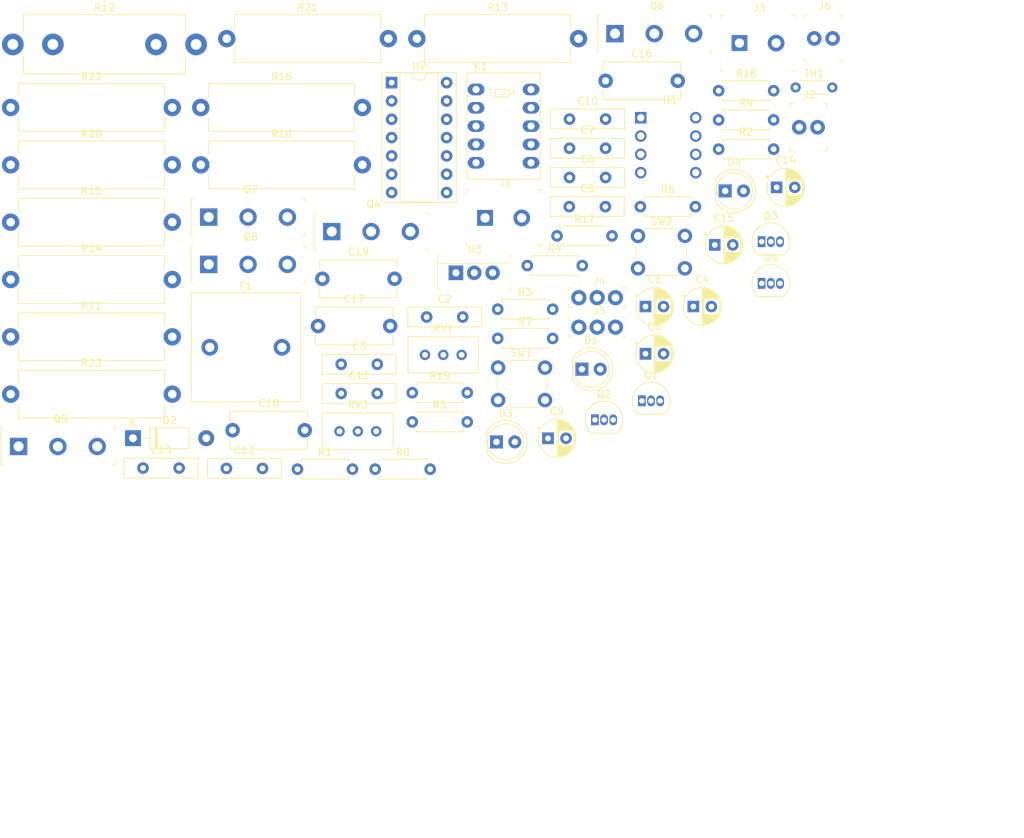
<source format=kicad_pcb>
(kicad_pcb (version 20171130) (host pcbnew "(5.1.6-0-10_14)")
  (layers (0 F.Cu signal) (31 B.Cu signal) (34 B.Paste user) (35 F.Paste user) (36 B.SilkS user) (37 F.SilkS user) (38 B.Mask user) (39 F.Mask user) (44 Edge.Cuts user))
  (net 0 "")
  (net 1 +12V)
  (net 2 GND)
  (net 3 VCC)
  (net 4 "Net-(C7-Pad1)")
  (net 5 "Net-(C7-Pad2)")
  (net 6 +5V)
  (net 7 overtemp)
  (net 8 "Net-(D1-Pad2)")
  (net 9 "Net-(D2-Pad1)")
  (net 10 "Net-(D2-Pad2)")
  (net 11 "Net-(D3-Pad2)")
  (net 12 "Net-(D4-Pad2)")
  (net 13 "Net-(D4-Pad1)")
  (net 14 "Net-(F1-Pad2)")
  (net 15 "Net-(J2-Pad1)")
  (net 16 "Net-(J3-Pad2)")
  (net 17 "Net-(J3-Pad1)")
  (net 18 "Net-(J4-Pad3)")
  (net 19 "Net-(J4-Pad2)")
  (net 20 "Net-(J4-Pad1)")
  (net 21 "Net-(J5-Pad3)")
  (net 22 "Net-(K1-Pad2)")
  (net 23 "Net-(K1-Pad4)")
  (net 24 "Net-(K1-Pad8)")
  (net 25 "Net-(Q1-Pad1)")
  (net 26 "Net-(Q4-Pad1)")
  (net 27 "Net-(Q5-Pad1)")
  (net 28 "Net-(Q6-Pad1)")
  (net 29 "Net-(Q7-Pad1)")
  (net 30 "Net-(Q8-Pad1)")
  (net 31 "Net-(R1-Pad2)")
  (net 32 "Net-(R3-Pad1)")
  (net 33 "Net-(R3-Pad2)")
  (net 34 "Net-(R17-Pad1)")
  (net 35 "Net-(R19-Pad2)")
  (net 36 "Net-(RV1-Pad3)")
  (net 37 "Net-(U1-Pad2)")
  (net 38 "Net-(U1-Pad6)")
  (net 39 "Net-(U2-Pad13)")
  (module kicad_logos:cerasus_loogo_klein (layer F.Cu) (at 262.89 139.7)
    (fp_text reference G*** hide)
    (fp_text value LOGO hide)
  )
  (module kicad_logos:cherry_logo_2 (layer F.Cu) (at 261.62 140.97)
    (fp_text reference G*** hide)
    (fp_text value LOGO hide)
  )
  (module Capacitor_THT:CP_Radial_D5.0mm_P2.50mm (layer F.Cu) (at 227.884776 86.345001)
    (fp_text reference C1 (at 1.25 -3.75) (layer F.SilkS))
    (fp_text value 1u)
    (pad 1 thru_hole rect (at 0 0) (size 1.6 1.6) (drill 0.8) (layers *.Cu *.Mask) (net 1 +12V))
    (pad 2 thru_hole circle (at 2.5 0) (size 1.6 1.6) (drill 0.8) (layers *.Cu *.Mask) (net 2 GND))
  )
  (module Capacitor_THT:C_Disc_D10.0mm_W2.5mm_P5.00mm (layer F.Cu) (at 197.555001 87.795001)
    (fp_text reference C2 (at 2.5 -2.5) (layer F.SilkS))
    (fp_text value 10n)
    (pad 1 thru_hole circle (at 0 0) (size 1.6 1.6) (drill 0.8) (layers *.Cu *.Mask) (net 1 +12V))
    (pad 2 thru_hole circle (at 5 0) (size 1.6 1.6) (drill 0.8) (layers *.Cu *.Mask) (net 2 GND))
  )
  (module Capacitor_THT:C_Disc_D10.0mm_W2.5mm_P5.00mm (layer F.Cu) (at 185.715001 94.345001)
    (fp_text reference C3 (at 2.5 -2.5) (layer F.SilkS))
    (fp_text value 100p)
    (pad 1 thru_hole circle (at 0 0) (size 1.6 1.6) (drill 0.8) (layers *.Cu *.Mask) (net 1 +12V))
    (pad 2 thru_hole circle (at 5 0) (size 1.6 1.6) (drill 0.8) (layers *.Cu *.Mask) (net 2 GND))
  )
  (module Capacitor_THT:CP_Radial_D5.0mm_P2.50mm (layer F.Cu) (at 234.514776 86.345001)
    (fp_text reference C4 (at 1.25 -3.75) (layer F.SilkS))
    (fp_text value 1u)
    (pad 1 thru_hole rect (at 0 0) (size 1.6 1.6) (drill 0.8) (layers *.Cu *.Mask) (net 3 VCC))
    (pad 2 thru_hole circle (at 2.5 0) (size 1.6 1.6) (drill 0.8) (layers *.Cu *.Mask) (net 2 GND))
  )
  (module Capacitor_THT:C_Disc_D10.0mm_W2.5mm_P5.00mm (layer F.Cu) (at 217.325001 72.495001)
    (fp_text reference C5 (at 2.5 -2.5) (layer F.SilkS))
    (fp_text value 10n)
    (pad 2 thru_hole circle (at 5 0) (size 1.6 1.6) (drill 0.8) (layers *.Cu *.Mask) (net 2 GND))
    (pad 1 thru_hole circle (at 0 0) (size 1.6 1.6) (drill 0.8) (layers *.Cu *.Mask) (net 3 VCC))
  )
  (module Capacitor_THT:C_Disc_D10.0mm_W2.5mm_P5.00mm (layer F.Cu) (at 217.355001 68.445001)
    (fp_text reference C6 (at 2.5 -2.5) (layer F.SilkS))
    (fp_text value 100p)
    (pad 2 thru_hole circle (at 5 0) (size 1.6 1.6) (drill 0.8) (layers *.Cu *.Mask) (net 2 GND))
    (pad 1 thru_hole circle (at 0 0) (size 1.6 1.6) (drill 0.8) (layers *.Cu *.Mask) (net 3 VCC))
  )
  (module Capacitor_THT:C_Disc_D10.0mm_W2.5mm_P5.00mm (layer F.Cu) (at 217.355001 64.395001)
    (fp_text reference C7 (at 2.5 -2.5) (layer F.SilkS))
    (fp_text value 22p)
    (pad 1 thru_hole circle (at 0 0) (size 1.6 1.6) (drill 0.8) (layers *.Cu *.Mask) (net 4 "Net-(C7-Pad1)"))
    (pad 2 thru_hole circle (at 5 0) (size 1.6 1.6) (drill 0.8) (layers *.Cu *.Mask) (net 5 "Net-(C7-Pad2)"))
  )
  (module Capacitor_THT:CP_Radial_D5.0mm_P2.50mm (layer F.Cu) (at 227.884776 92.895001)
    (fp_text reference C8 (at 1.25 -3.75) (layer F.SilkS))
    (fp_text value 1u)
    (pad 2 thru_hole circle (at 2.5 0) (size 1.6 1.6) (drill 0.8) (layers *.Cu *.Mask) (net 2 GND))
    (pad 1 thru_hole rect (at 0 0) (size 1.6 1.6) (drill 0.8) (layers *.Cu *.Mask) (net 3 VCC))
  )
  (module Capacitor_THT:CP_Radial_D5.0mm_P2.50mm (layer F.Cu) (at 214.374776 104.615001)
    (fp_text reference C9 (at 1.25 -3.75) (layer F.SilkS))
    (fp_text value 1u)
    (pad 2 thru_hole circle (at 2.5 0) (size 1.6 1.6) (drill 0.8) (layers *.Cu *.Mask) (net 2 GND))
    (pad 1 thru_hole rect (at 0 0) (size 1.6 1.6) (drill 0.8) (layers *.Cu *.Mask) (net 3 VCC))
  )
  (module Capacitor_THT:C_Disc_D10.0mm_W2.5mm_P5.00mm (layer F.Cu) (at 217.355001 60.345001)
    (fp_text reference C10 (at 2.5 -2.5) (layer F.SilkS))
    (fp_text value 10n)
    (pad 2 thru_hole circle (at 5 0) (size 1.6 1.6) (drill 0.8) (layers *.Cu *.Mask) (net 2 GND))
    (pad 1 thru_hole circle (at 0 0) (size 1.6 1.6) (drill 0.8) (layers *.Cu *.Mask) (net 3 VCC))
  )
  (module Capacitor_THT:C_Disc_D10.0mm_W2.5mm_P5.00mm (layer F.Cu) (at 185.715001 98.395001)
    (fp_text reference C11 (at 2.5 -2.5) (layer F.SilkS))
    (fp_text value 10n)
    (pad 1 thru_hole circle (at 0 0) (size 1.6 1.6) (drill 0.8) (layers *.Cu *.Mask) (net 3 VCC))
    (pad 2 thru_hole circle (at 5 0) (size 1.6 1.6) (drill 0.8) (layers *.Cu *.Mask) (net 2 GND))
  )
  (module Capacitor_THT:C_Disc_D10.0mm_W2.5mm_P5.00mm (layer F.Cu) (at 169.805001 108.795001)
    (fp_text reference C12 (at 2.5 -2.5) (layer F.SilkS))
    (fp_text value 100p)
    (pad 1 thru_hole circle (at 0 0) (size 1.6 1.6) (drill 0.8) (layers *.Cu *.Mask) (net 3 VCC))
    (pad 2 thru_hole circle (at 5 0) (size 1.6 1.6) (drill 0.8) (layers *.Cu *.Mask) (net 2 GND))
  )
  (module Capacitor_THT:C_Disc_D10.0mm_W2.5mm_P5.00mm (layer F.Cu) (at 158.255001 108.745001)
    (fp_text reference C13 (at 2.5 -2.5) (layer F.SilkS))
    (fp_text value 100p)
    (pad 2 thru_hole circle (at 5 0) (size 1.6 1.6) (drill 0.8) (layers *.Cu *.Mask) (net 2 GND))
    (pad 1 thru_hole circle (at 0 0) (size 1.6 1.6) (drill 0.8) (layers *.Cu *.Mask) (net 3 VCC))
  )
  (module Capacitor_THT:CP_Radial_D5.0mm_P2.50mm (layer F.Cu) (at 246.064776 69.815001)
    (fp_text reference C14 (at 1.25 -3.75) (layer F.SilkS))
    (fp_text value 1u)
    (pad 1 thru_hole rect (at 0 0) (size 1.6 1.6) (drill 0.8) (layers *.Cu *.Mask) (net 1 +12V))
    (pad 2 thru_hole circle (at 2.5 0) (size 1.6 1.6) (drill 0.8) (layers *.Cu *.Mask) (net 2 GND))
  )
  (module Capacitor_THT:CP_Radial_D5.0mm_P2.50mm (layer F.Cu) (at 237.484776 77.795001)
    (fp_text reference C15 (at 1.25 -3.75) (layer F.SilkS))
    (fp_text value 1u)
    (pad 2 thru_hole circle (at 2.5 0) (size 1.6 1.6) (drill 0.8) (layers *.Cu *.Mask) (net 2 GND))
    (pad 1 thru_hole rect (at 0 0) (size 1.6 1.6) (drill 0.8) (layers *.Cu *.Mask) (net 6 +5V))
  )
  (module Capacitor_THT:C_Disc_D10.5mm_W5.0mm_P10.00mm (layer F.Cu) (at 222.355001 55.045001)
    (fp_text reference C16 (at 5 -3.75) (layer F.SilkS))
    (fp_text value 10n)
    (pad 1 thru_hole circle (at 0 0) (size 2 2) (drill 1) (layers *.Cu *.Mask) (net 1 +12V))
    (pad 2 thru_hole circle (at 10 0) (size 2 2) (drill 1) (layers *.Cu *.Mask) (net 2 GND))
  )
  (module Capacitor_THT:C_Disc_D10.5mm_W5.0mm_P10.00mm (layer F.Cu) (at 182.505001 89.045001)
    (fp_text reference C17 (at 5 -3.75) (layer F.SilkS))
    (fp_text value 10n)
    (pad 1 thru_hole circle (at 0 0) (size 2 2) (drill 1) (layers *.Cu *.Mask) (net 6 +5V))
    (pad 2 thru_hole circle (at 10 0) (size 2 2) (drill 1) (layers *.Cu *.Mask) (net 2 GND))
  )
  (module Capacitor_THT:C_Disc_D10.5mm_W5.0mm_P10.00mm (layer F.Cu) (at 170.665001 103.495001)
    (fp_text reference C18 (at 5 -3.75) (layer F.SilkS))
    (fp_text value 100p)
    (pad 2 thru_hole circle (at 10 0) (size 2 2) (drill 1) (layers *.Cu *.Mask) (net 2 GND))
    (pad 1 thru_hole circle (at 0 0) (size 2 2) (drill 1) (layers *.Cu *.Mask) (net 1 +12V))
  )
  (module Capacitor_THT:C_Disc_D10.5mm_W5.0mm_P10.00mm (layer F.Cu) (at 183.105001 82.495001)
    (fp_text reference C19 (at 5 -3.75) (layer F.SilkS))
    (fp_text value 100p)
    (pad 2 thru_hole circle (at 10 0) (size 2 2) (drill 1) (layers *.Cu *.Mask) (net 2 GND))
    (pad 1 thru_hole circle (at 0 0) (size 2 2) (drill 1) (layers *.Cu *.Mask) (net 6 +5V))
  )
  (module LED_THT:LED_D5.0mm (layer F.Cu) (at 219.075001 95.025001)
    (fp_text reference D1 (at 1.27 -3.96) (layer F.SilkS))
    (fp_text value LED)
    (pad 1 thru_hole rect (at 0 0) (size 1.8 1.8) (drill 0.9) (layers *.Cu *.Mask) (net 7 overtemp))
    (pad 2 thru_hole circle (at 2.54 0) (size 1.8 1.8) (drill 0.9) (layers *.Cu *.Mask) (net 8 "Net-(D1-Pad2)"))
  )
  (module Diode_THT:D_DO-41_SOD81_P10.16mm_Horizontal (layer F.Cu) (at 156.855001 104.595001)
    (fp_text reference D2 (at 5.08 -2.47) (layer F.SilkS))
    (fp_text value 1N4001)
    (fp_text user K (at 0 -2.1) (layer F.SilkS))
    (pad 1 thru_hole rect (at 0 0) (size 2.2 2.2) (drill 1.1) (layers *.Cu *.Mask) (net 9 "Net-(D2-Pad1)"))
    (pad 2 thru_hole oval (at 10.16 0) (size 2.2 2.2) (drill 1.1) (layers *.Cu *.Mask) (net 10 "Net-(D2-Pad2)"))
  )
  (module LED_THT:LED_D5.0mm (layer F.Cu) (at 207.235001 105.115001)
    (fp_text reference D3 (at 1.27 -3.96) (layer F.SilkS))
    (fp_text value LED)
    (pad 1 thru_hole rect (at 0 0) (size 1.8 1.8) (drill 0.9) (layers *.Cu *.Mask) (net 2 GND))
    (pad 2 thru_hole circle (at 2.54 0) (size 1.8 1.8) (drill 0.9) (layers *.Cu *.Mask) (net 11 "Net-(D3-Pad2)"))
  )
  (module LED_THT:LED_D5.0mm (layer F.Cu) (at 238.925001 70.315001)
    (fp_text reference D4 (at 1.27 -3.96) (layer F.SilkS))
    (fp_text value LED)
    (pad 2 thru_hole circle (at 2.54 0) (size 1.8 1.8) (drill 0.9) (layers *.Cu *.Mask) (net 12 "Net-(D4-Pad2)"))
    (pad 1 thru_hole rect (at 0 0) (size 1.8 1.8) (drill 0.9) (layers *.Cu *.Mask) (net 13 "Net-(D4-Pad1)"))
  )
  (module Fuse:Fuseholder_Cylinder-5x20mm_EATON_HBW_Vertical_Closed (layer F.Cu) (at 167.505001 91.995001)
    (fp_text reference F1 (at 5 -8.5) (layer F.SilkS))
    (fp_text value Fuse)
    (pad 1 thru_hole circle (at 0 0) (size 2.3 2.3) (drill 1.3) (layers *.Cu *.Mask) (net 3 VCC))
    (pad 2 thru_hole circle (at 10 0) (size 2.3 2.3) (drill 1.3) (layers *.Cu *.Mask) (net 14 "Net-(F1-Pad2)"))
  )
  (module digikey-footprints:Term_Block_1x2_P5.08MM (layer F.Cu) (at 205.655001 74.059001)
    (fp_text reference J1 (at 2.794 -4.826) (layer F.SilkS))
    (fp_text value OSTTC022162)
    (pad 1 thru_hole rect (at 0 0) (size 2.2 2.2) (drill 1.3) (layers *.Cu *.Mask) (net 14 "Net-(F1-Pad2)"))
    (pad 2 thru_hole circle (at 5.08 0) (size 2.3 2.3) (drill 1.3) (layers *.Cu *.Mask) (net 2 GND))
  )
  (module digikey-footprints:PinHeader_1x2_P2.54mm_Drill1.02mm (layer F.Cu) (at 249.195001 61.485001)
    (fp_text reference J2 (at 1.45 -4.48) (layer F.SilkS))
    (fp_text value 640456-2)
    (pad 2 thru_hole circle (at 2.54 0) (size 2.02 2.02) (drill 1.02) (layers *.Cu *.Mask) (net 2 GND))
    (pad 1 thru_hole circle (at 0 0) (size 2.02 2.02) (drill 1.02) (layers *.Cu *.Mask) (net 15 "Net-(J2-Pad1)"))
  )
  (module digikey-footprints:Term_Block_1x2_P5.08MM (layer F.Cu) (at 240.905001 49.809001)
    (fp_text reference J3 (at 2.794 -4.826) (layer F.SilkS))
    (fp_text value OSTTC022162)
    (pad 2 thru_hole circle (at 5.08 0) (size 2.3 2.3) (drill 1.3) (layers *.Cu *.Mask) (net 16 "Net-(J3-Pad2)"))
    (pad 1 thru_hole rect (at 0 0) (size 2.2 2.2) (drill 1.3) (layers *.Cu *.Mask) (net 17 "Net-(J3-Pad1)"))
  )
  (module digikey-footprints:PinHeader_1x3_P2.54_Drill1.1mm (layer F.Cu) (at 218.645001 85.115001)
    (fp_text reference J4 (at 2.85 -2.28) (layer F.SilkS))
    (fp_text value 640456-3)
    (pad 3 thru_hole circle (at 5.08 0) (size 2.1 2.1) (drill 1.1) (layers *.Cu *.Mask) (net 18 "Net-(J4-Pad3)"))
    (pad 2 thru_hole circle (at 2.54 0) (size 2.1 2.1) (drill 1.1) (layers *.Cu *.Mask) (net 19 "Net-(J4-Pad2)"))
    (pad 1 thru_hole circle (at 0 0) (size 2.1 2.1) (drill 1.1) (layers *.Cu *.Mask) (net 20 "Net-(J4-Pad1)"))
  )
  (module digikey-footprints:PinHeader_1x3_P2.54_Drill1.1mm (layer F.Cu) (at 218.645001 89.205001)
    (fp_text reference J5 (at 2.85 -2.28) (layer F.SilkS))
    (fp_text value 640456-3)
    (pad 1 thru_hole circle (at 0 0) (size 2.1 2.1) (drill 1.1) (layers *.Cu *.Mask) (net 2 GND))
    (pad 2 thru_hole circle (at 2.54 0) (size 2.1 2.1) (drill 1.1) (layers *.Cu *.Mask) (net 20 "Net-(J4-Pad1)"))
    (pad 3 thru_hole circle (at 5.08 0) (size 2.1 2.1) (drill 1.1) (layers *.Cu *.Mask) (net 21 "Net-(J5-Pad3)"))
  )
  (module digikey-footprints:PinHeader_1x2_P2.54mm_Drill1.02mm (layer F.Cu) (at 251.275001 49.165001)
    (fp_text reference J6 (at 1.45 -4.48) (layer F.SilkS))
    (fp_text value 640456-2)
    (pad 1 thru_hole circle (at 0 0) (size 2.02 2.02) (drill 1.02) (layers *.Cu *.Mask) (net 2 GND))
    (pad 2 thru_hole circle (at 2.54 0) (size 2.02 2.02) (drill 1.02) (layers *.Cu *.Mask) (net 1 +12V))
  )
  (module Relay_THT:Relay_DPDT_FRT5 (layer F.Cu) (at 204.405001 56.245001)
    (fp_text reference K1 (at 0.635 -3.175) (layer F.SilkS))
    (fp_text value FRT5_separated)
    (pad 1 thru_hole oval (at 0 0) (size 2.3 1.6) (drill 1) (layers *.Cu *.Mask) (net 9 "Net-(D2-Pad1)"))
    (pad 2 thru_hole oval (at 0 2.54) (size 2.3 1.6) (drill 1) (layers *.Cu *.Mask) (net 22 "Net-(K1-Pad2)"))
    (pad 3 thru_hole oval (at 0 5.08) (size 2.3 1.6) (drill 1) (layers *.Cu *.Mask) (net 9 "Net-(D2-Pad1)"))
    (pad 4 thru_hole oval (at 0 7.62) (size 2.3 1.6) (drill 1) (layers *.Cu *.Mask) (net 23 "Net-(K1-Pad4)"))
    (pad 5 thru_hole oval (at 0 10.16) (size 2.3 1.6) (drill 1) (layers *.Cu *.Mask))
    (pad 6 thru_hole oval (at 7.62 10.16) (size 2.3 1.6) (drill 1) (layers *.Cu *.Mask))
    (pad 7 thru_hole oval (at 7.62 7.62) (size 2.3 1.6) (drill 1) (layers *.Cu *.Mask) (net 19 "Net-(J4-Pad2)"))
    (pad 8 thru_hole oval (at 7.62 5.08) (size 2.3 1.6) (drill 1) (layers *.Cu *.Mask) (net 24 "Net-(K1-Pad8)"))
    (pad 9 thru_hole oval (at 7.62 2.54) (size 2.3 1.6) (drill 1) (layers *.Cu *.Mask) (net 2 GND))
    (pad 10 thru_hole oval (at 7.62 0) (size 2.3 1.6) (drill 1) (layers *.Cu *.Mask) (net 10 "Net-(D2-Pad2)"))
  )
  (module Package_TO_SOT_THT:TO-92_Inline (layer F.Cu) (at 227.385001 99.425001)
    (fp_text reference Q1 (at 1.27 -3.56) (layer F.SilkS))
    (fp_text value BS250)
    (pad 2 thru_hole oval (at 1.27 0) (size 1.05 1.5) (drill 0.75) (layers *.Cu *.Mask) (net 7 overtemp))
    (pad 3 thru_hole oval (at 2.54 0) (size 1.05 1.5) (drill 0.75) (layers *.Cu *.Mask) (net 1 +12V))
    (pad 1 thru_hole rect (at 0 0) (size 1.05 1.5) (drill 0.75) (layers *.Cu *.Mask) (net 25 "Net-(Q1-Pad1)"))
  )
  (module Package_TO_SOT_THT:TO-92_Inline (layer F.Cu) (at 220.875001 102.055001)
    (fp_text reference Q2 (at 1.27 -3.56) (layer F.SilkS))
    (fp_text value 2N7000)
    (pad 1 thru_hole rect (at 0 0) (size 1.05 1.5) (drill 0.75) (layers *.Cu *.Mask) (net 2 GND))
    (pad 3 thru_hole oval (at 2.54 0) (size 1.05 1.5) (drill 0.75) (layers *.Cu *.Mask) (net 13 "Net-(D4-Pad1)"))
    (pad 2 thru_hole oval (at 1.27 0) (size 1.05 1.5) (drill 0.75) (layers *.Cu *.Mask) (net 7 overtemp))
  )
  (module Package_TO_SOT_THT:TO-92_Inline (layer F.Cu) (at 243.985001 77.345001)
    (fp_text reference Q3 (at 1.27 -3.56) (layer F.SilkS))
    (fp_text value 2N7000)
    (pad 1 thru_hole rect (at 0 0) (size 1.05 1.5) (drill 0.75) (layers *.Cu *.Mask) (net 2 GND))
    (pad 3 thru_hole oval (at 2.54 0) (size 1.05 1.5) (drill 0.75) (layers *.Cu *.Mask) (net 24 "Net-(K1-Pad8)"))
    (pad 2 thru_hole oval (at 1.27 0) (size 1.05 1.5) (drill 0.75) (layers *.Cu *.Mask) (net 7 overtemp))
  )
  (module digikey-footprints:TO-247-3 (layer F.Cu) (at 184.405001 75.945001)
    (fp_text reference Q4 (at 5.81 -3.81) (layer F.SilkS))
    (fp_text value TIP142)
    (pad 1 thru_hole rect (at 0 0) (size 2.4 2.4) (drill 1.4) (layers *.Cu *.Mask) (net 26 "Net-(Q4-Pad1)"))
    (pad 2 thru_hole circle (at 5.45 0) (size 2.4 2.4) (drill 1.4) (layers *.Cu *.Mask) (net 4 "Net-(C7-Pad1)"))
    (pad 3 thru_hole circle (at 10.9 0) (size 2.4 2.4) (drill 1.4) (layers *.Cu *.Mask) (net 3 VCC))
  )
  (module digikey-footprints:TO-247-3 (layer F.Cu) (at 141.005001 105.745001)
    (fp_text reference Q5 (at 5.81 -3.81) (layer F.SilkS))
    (fp_text value TIP142)
    (pad 1 thru_hole rect (at 0 0) (size 2.4 2.4) (drill 1.4) (layers *.Cu *.Mask) (net 27 "Net-(Q5-Pad1)"))
    (pad 2 thru_hole circle (at 5.45 0) (size 2.4 2.4) (drill 1.4) (layers *.Cu *.Mask) (net 4 "Net-(C7-Pad1)"))
    (pad 3 thru_hole circle (at 10.9 0) (size 2.4 2.4) (drill 1.4) (layers *.Cu *.Mask) (net 3 VCC))
  )
  (module digikey-footprints:TO-247-3 (layer F.Cu) (at 223.655001 48.495001)
    (fp_text reference Q6 (at 5.81 -3.81) (layer F.SilkS))
    (fp_text value TIP142)
    (pad 3 thru_hole circle (at 10.9 0) (size 2.4 2.4) (drill 1.4) (layers *.Cu *.Mask) (net 3 VCC))
    (pad 2 thru_hole circle (at 5.45 0) (size 2.4 2.4) (drill 1.4) (layers *.Cu *.Mask) (net 4 "Net-(C7-Pad1)"))
    (pad 1 thru_hole rect (at 0 0) (size 2.4 2.4) (drill 1.4) (layers *.Cu *.Mask) (net 28 "Net-(Q6-Pad1)"))
  )
  (module digikey-footprints:TO-247-3 (layer F.Cu) (at 167.355001 73.945001)
    (fp_text reference Q7 (at 5.81 -3.81) (layer F.SilkS))
    (fp_text value TIP142)
    (pad 1 thru_hole rect (at 0 0) (size 2.4 2.4) (drill 1.4) (layers *.Cu *.Mask) (net 29 "Net-(Q7-Pad1)"))
    (pad 2 thru_hole circle (at 5.45 0) (size 2.4 2.4) (drill 1.4) (layers *.Cu *.Mask) (net 4 "Net-(C7-Pad1)"))
    (pad 3 thru_hole circle (at 10.9 0) (size 2.4 2.4) (drill 1.4) (layers *.Cu *.Mask) (net 3 VCC))
  )
  (module digikey-footprints:TO-247-3 (layer F.Cu) (at 167.355001 80.495001)
    (fp_text reference Q8 (at 5.81 -3.81) (layer F.SilkS))
    (fp_text value TIP142)
    (pad 3 thru_hole circle (at 10.9 0) (size 2.4 2.4) (drill 1.4) (layers *.Cu *.Mask) (net 3 VCC))
    (pad 2 thru_hole circle (at 5.45 0) (size 2.4 2.4) (drill 1.4) (layers *.Cu *.Mask) (net 4 "Net-(C7-Pad1)"))
    (pad 1 thru_hole rect (at 0 0) (size 2.4 2.4) (drill 1.4) (layers *.Cu *.Mask) (net 30 "Net-(Q8-Pad1)"))
  )
  (module Resistor_THT:R_Axial_DIN0207_L6.3mm_D2.5mm_P7.62mm_Horizontal (layer F.Cu) (at 179.655001 108.895001)
    (fp_text reference R1 (at 3.81 -2.37) (layer F.SilkS))
    (fp_text value 10k)
    (pad 2 thru_hole oval (at 7.62 0) (size 1.6 1.6) (drill 0.8) (layers *.Cu *.Mask) (net 31 "Net-(R1-Pad2)"))
    (pad 1 thru_hole circle (at 0 0) (size 1.6 1.6) (drill 0.8) (layers *.Cu *.Mask) (net 1 +12V))
  )
  (module Resistor_THT:R_Axial_DIN0207_L6.3mm_D2.5mm_P7.62mm_Horizontal (layer F.Cu) (at 238.025001 64.515001)
    (fp_text reference R2 (at 3.81 -2.37) (layer F.SilkS))
    (fp_text value 10k)
    (pad 2 thru_hole oval (at 7.62 0) (size 1.6 1.6) (drill 0.8) (layers *.Cu *.Mask) (net 2 GND))
    (pad 1 thru_hole circle (at 0 0) (size 1.6 1.6) (drill 0.8) (layers *.Cu *.Mask) (net 31 "Net-(R1-Pad2)"))
  )
  (module Resistor_THT:R_Axial_DIN0207_L6.3mm_D2.5mm_P7.62mm_Horizontal (layer F.Cu) (at 207.405001 86.715001)
    (fp_text reference R3 (at 3.81 -2.37) (layer F.SilkS))
    (fp_text value 10k)
    (pad 1 thru_hole circle (at 0 0) (size 1.6 1.6) (drill 0.8) (layers *.Cu *.Mask) (net 32 "Net-(R3-Pad1)"))
    (pad 2 thru_hole oval (at 7.62 0) (size 1.6 1.6) (drill 0.8) (layers *.Cu *.Mask) (net 33 "Net-(R3-Pad2)"))
  )
  (module Resistor_THT:R_Axial_DIN0207_L6.3mm_D2.5mm_P7.62mm_Horizontal (layer F.Cu) (at 211.505001 80.665001)
    (fp_text reference R4 (at 3.81 -2.37) (layer F.SilkS))
    (fp_text value 1Meg)
    (pad 2 thru_hole oval (at 7.62 0) (size 1.6 1.6) (drill 0.8) (layers *.Cu *.Mask) (net 32 "Net-(R3-Pad1)"))
    (pad 1 thru_hole circle (at 0 0) (size 1.6 1.6) (drill 0.8) (layers *.Cu *.Mask) (net 7 overtemp))
  )
  (module Resistor_THT:R_Axial_DIN0207_L6.3mm_D2.5mm_P7.62mm_Horizontal (layer F.Cu) (at 195.565001 102.345001)
    (fp_text reference R5 (at 3.81 -2.37) (layer F.SilkS))
    (fp_text value 1k5)
    (pad 1 thru_hole circle (at 0 0) (size 1.6 1.6) (drill 0.8) (layers *.Cu *.Mask) (net 1 +12V))
    (pad 2 thru_hole oval (at 7.62 0) (size 1.6 1.6) (drill 0.8) (layers *.Cu *.Mask) (net 8 "Net-(D1-Pad2)"))
  )
  (module Resistor_THT:R_Axial_DIN0207_L6.3mm_D2.5mm_P7.62mm_Horizontal (layer F.Cu) (at 227.175001 72.495001)
    (fp_text reference R6 (at 3.81 -2.37) (layer F.SilkS))
    (fp_text value 0)
    (pad 1 thru_hole circle (at 0 0) (size 1.6 1.6) (drill 0.8) (layers *.Cu *.Mask) (net 10 "Net-(D2-Pad2)"))
    (pad 2 thru_hole oval (at 7.62 0) (size 1.6 1.6) (drill 0.8) (layers *.Cu *.Mask) (net 11 "Net-(D3-Pad2)"))
  )
  (module Resistor_THT:R_Axial_DIN0207_L6.3mm_D2.5mm_P7.62mm_Horizontal (layer F.Cu) (at 207.405001 90.765001)
    (fp_text reference R7 (at 3.81 -2.37) (layer F.SilkS))
    (fp_text value 10k)
    (pad 1 thru_hole circle (at 0 0) (size 1.6 1.6) (drill 0.8) (layers *.Cu *.Mask) (net 15 "Net-(J2-Pad1)"))
    (pad 2 thru_hole oval (at 7.62 0) (size 1.6 1.6) (drill 0.8) (layers *.Cu *.Mask) (net 18 "Net-(J4-Pad3)"))
  )
  (module Resistor_THT:R_Axial_DIN0207_L6.3mm_D2.5mm_P7.62mm_Horizontal (layer F.Cu) (at 190.425001 108.895001)
    (fp_text reference R8 (at 3.81 -2.37) (layer F.SilkS))
    (fp_text value 1k5)
    (pad 2 thru_hole oval (at 7.62 0) (size 1.6 1.6) (drill 0.8) (layers *.Cu *.Mask) (net 12 "Net-(D4-Pad2)"))
    (pad 1 thru_hole circle (at 0 0) (size 1.6 1.6) (drill 0.8) (layers *.Cu *.Mask) (net 1 +12V))
  )
  (module Resistor_THT:R_Axial_DIN0207_L6.3mm_D2.5mm_P7.62mm_Horizontal (layer F.Cu) (at 238.025001 60.465001)
    (fp_text reference R9 (at 3.81 -2.37) (layer F.SilkS))
    (fp_text value 90k)
    (pad 2 thru_hole oval (at 7.62 0) (size 1.6 1.6) (drill 0.8) (layers *.Cu *.Mask) (net 21 "Net-(J5-Pad3)"))
    (pad 1 thru_hole circle (at 0 0) (size 1.6 1.6) (drill 0.8) (layers *.Cu *.Mask) (net 6 +5V))
  )
  (module Resistor_THT:R_Axial_Power_L20.0mm_W6.4mm_P22.40mm (layer F.Cu) (at 166.255001 66.695001)
    (fp_text reference R10 (at 11.2 -4.32) (layer F.SilkS))
    (fp_text value 1)
    (pad 2 thru_hole oval (at 22.4 0) (size 2.4 2.4) (drill 1.2) (layers *.Cu *.Mask) (net 16 "Net-(J3-Pad2)"))
    (pad 1 thru_hole circle (at 0 0) (size 2.4 2.4) (drill 1.2) (layers *.Cu *.Mask) (net 26 "Net-(Q4-Pad1)"))
  )
  (module Resistor_THT:R_Axial_Power_L20.0mm_W6.4mm_P22.40mm (layer F.Cu) (at 139.905001 90.545001)
    (fp_text reference R11 (at 11.2 -4.32) (layer F.SilkS))
    (fp_text value 1)
    (pad 1 thru_hole circle (at 0 0) (size 2.4 2.4) (drill 1.2) (layers *.Cu *.Mask) (net 26 "Net-(Q4-Pad1)"))
    (pad 2 thru_hole oval (at 22.4 0) (size 2.4 2.4) (drill 1.2) (layers *.Cu *.Mask) (net 16 "Net-(J3-Pad2)"))
  )
  (module Resistor_THT:R_Axial_Shunt_L22.2mm_W8.0mm_PS14.30mm_P25.40mm (layer F.Cu) (at 140.205001 49.995001)
    (fp_text reference R12 (at 12.7 -5.12) (layer F.SilkS))
    (fp_text value 0.1)
    (pad 1 thru_hole circle (at 0 0) (size 3 3) (drill 1.5) (layers *.Cu *.Mask) (net 2 GND))
    (pad 2 thru_hole oval (at 5.55 0) (size 3 3) (drill 1.5) (layers *.Cu *.Mask) (net 2 GND))
    (pad 3 thru_hole oval (at 19.85 0) (size 3 3) (drill 1.5) (layers *.Cu *.Mask) (net 5 "Net-(C7-Pad2)"))
    (pad 4 thru_hole oval (at 25.4 0) (size 3 3) (drill 1.5) (layers *.Cu *.Mask) (net 17 "Net-(J3-Pad1)"))
  )
  (module Resistor_THT:R_Axial_Power_L20.0mm_W6.4mm_P22.40mm (layer F.Cu) (at 196.205001 49.195001)
    (fp_text reference R13 (at 11.2 -4.32) (layer F.SilkS))
    (fp_text value 1)
    (pad 2 thru_hole oval (at 22.4 0) (size 2.4 2.4) (drill 1.2) (layers *.Cu *.Mask) (net 16 "Net-(J3-Pad2)"))
    (pad 1 thru_hole circle (at 0 0) (size 2.4 2.4) (drill 1.2) (layers *.Cu *.Mask) (net 27 "Net-(Q5-Pad1)"))
  )
  (module Resistor_THT:R_Axial_Power_L20.0mm_W6.4mm_P22.40mm (layer F.Cu) (at 139.905001 82.595001)
    (fp_text reference R14 (at 11.2 -4.32) (layer F.SilkS))
    (fp_text value 1)
    (pad 1 thru_hole circle (at 0 0) (size 2.4 2.4) (drill 1.2) (layers *.Cu *.Mask) (net 27 "Net-(Q5-Pad1)"))
    (pad 2 thru_hole oval (at 22.4 0) (size 2.4 2.4) (drill 1.2) (layers *.Cu *.Mask) (net 16 "Net-(J3-Pad2)"))
  )
  (module Resistor_THT:R_Axial_Power_L20.0mm_W6.4mm_P22.40mm (layer F.Cu) (at 139.905001 74.645001)
    (fp_text reference R15 (at 11.2 -4.32) (layer F.SilkS))
    (fp_text value 1)
    (pad 1 thru_hole circle (at 0 0) (size 2.4 2.4) (drill 1.2) (layers *.Cu *.Mask) (net 28 "Net-(Q6-Pad1)"))
    (pad 2 thru_hole oval (at 22.4 0) (size 2.4 2.4) (drill 1.2) (layers *.Cu *.Mask) (net 16 "Net-(J3-Pad2)"))
  )
  (module Resistor_THT:R_Axial_Power_L20.0mm_W6.4mm_P22.40mm (layer F.Cu) (at 166.255001 58.745001)
    (fp_text reference R16 (at 11.2 -4.32) (layer F.SilkS))
    (fp_text value 1)
    (pad 2 thru_hole oval (at 22.4 0) (size 2.4 2.4) (drill 1.2) (layers *.Cu *.Mask) (net 16 "Net-(J3-Pad2)"))
    (pad 1 thru_hole circle (at 0 0) (size 2.4 2.4) (drill 1.2) (layers *.Cu *.Mask) (net 28 "Net-(Q6-Pad1)"))
  )
  (module Resistor_THT:R_Axial_DIN0207_L6.3mm_D2.5mm_P7.62mm_Horizontal (layer F.Cu) (at 215.625001 76.545001)
    (fp_text reference R17 (at 3.81 -2.37) (layer F.SilkS))
    (fp_text value 2k3)
    (pad 2 thru_hole oval (at 7.62 0) (size 1.6 1.6) (drill 0.8) (layers *.Cu *.Mask) (net 2 GND))
    (pad 1 thru_hole circle (at 0 0) (size 1.6 1.6) (drill 0.8) (layers *.Cu *.Mask) (net 34 "Net-(R17-Pad1)"))
  )
  (module Resistor_THT:R_Axial_DIN0207_L6.3mm_D2.5mm_P7.62mm_Horizontal (layer F.Cu) (at 238.025001 56.415001)
    (fp_text reference R18 (at 3.81 -2.37) (layer F.SilkS))
    (fp_text value 240)
    (pad 1 thru_hole circle (at 0 0) (size 1.6 1.6) (drill 0.8) (layers *.Cu *.Mask) (net 1 +12V))
    (pad 2 thru_hole oval (at 7.62 0) (size 1.6 1.6) (drill 0.8) (layers *.Cu *.Mask) (net 34 "Net-(R17-Pad1)"))
  )
  (module Resistor_THT:R_Axial_DIN0207_L6.3mm_D2.5mm_P7.62mm_Horizontal (layer F.Cu) (at 195.565001 98.295001)
    (fp_text reference R19 (at 3.81 -2.37) (layer F.SilkS))
    (fp_text value 240)
    (pad 1 thru_hole circle (at 0 0) (size 1.6 1.6) (drill 0.8) (layers *.Cu *.Mask) (net 6 +5V))
    (pad 2 thru_hole oval (at 7.62 0) (size 1.6 1.6) (drill 0.8) (layers *.Cu *.Mask) (net 35 "Net-(R19-Pad2)"))
  )
  (module Resistor_THT:R_Axial_Power_L20.0mm_W6.4mm_P22.40mm (layer F.Cu) (at 139.905001 66.695001)
    (fp_text reference R20 (at 11.2 -4.32) (layer F.SilkS))
    (fp_text value 1)
    (pad 2 thru_hole oval (at 22.4 0) (size 2.4 2.4) (drill 1.2) (layers *.Cu *.Mask) (net 16 "Net-(J3-Pad2)"))
    (pad 1 thru_hole circle (at 0 0) (size 2.4 2.4) (drill 1.2) (layers *.Cu *.Mask) (net 29 "Net-(Q7-Pad1)"))
  )
  (module Resistor_THT:R_Axial_Power_L20.0mm_W6.4mm_P22.40mm (layer F.Cu) (at 169.855001 49.195001)
    (fp_text reference R21 (at 11.2 -4.32) (layer F.SilkS))
    (fp_text value 1)
    (pad 1 thru_hole circle (at 0 0) (size 2.4 2.4) (drill 1.2) (layers *.Cu *.Mask) (net 29 "Net-(Q7-Pad1)"))
    (pad 2 thru_hole oval (at 22.4 0) (size 2.4 2.4) (drill 1.2) (layers *.Cu *.Mask) (net 16 "Net-(J3-Pad2)"))
  )
  (module Resistor_THT:R_Axial_Power_L20.0mm_W6.4mm_P22.40mm (layer F.Cu) (at 139.905001 58.745001)
    (fp_text reference R22 (at 11.2 -4.32) (layer F.SilkS))
    (fp_text value 1)
    (pad 2 thru_hole oval (at 22.4 0) (size 2.4 2.4) (drill 1.2) (layers *.Cu *.Mask) (net 16 "Net-(J3-Pad2)"))
    (pad 1 thru_hole circle (at 0 0) (size 2.4 2.4) (drill 1.2) (layers *.Cu *.Mask) (net 30 "Net-(Q8-Pad1)"))
  )
  (module Resistor_THT:R_Axial_Power_L20.0mm_W6.4mm_P22.40mm (layer F.Cu) (at 139.905001 98.495001)
    (fp_text reference R23 (at 11.2 -4.32) (layer F.SilkS))
    (fp_text value 1)
    (pad 1 thru_hole circle (at 0 0) (size 2.4 2.4) (drill 1.2) (layers *.Cu *.Mask) (net 30 "Net-(Q8-Pad1)"))
    (pad 2 thru_hole oval (at 22.4 0) (size 2.4 2.4) (drill 1.2) (layers *.Cu *.Mask) (net 16 "Net-(J3-Pad2)"))
  )
  (module Potentiometer_THT:Potentiometer_Bourns_3296W_Vertical (layer F.Cu) (at 202.405001 93.045001)
    (fp_text reference RV1 (at -2.54 -3.66) (layer F.SilkS))
    (fp_text value 100k)
    (pad 3 thru_hole circle (at -5.08 0) (size 1.44 1.44) (drill 0.8) (layers *.Cu *.Mask) (net 36 "Net-(RV1-Pad3)"))
    (pad 2 thru_hole circle (at -2.54 0) (size 1.44 1.44) (drill 0.8) (layers *.Cu *.Mask) (net 2 GND))
    (pad 1 thru_hole circle (at 0 0) (size 1.44 1.44) (drill 0.8) (layers *.Cu *.Mask) (net 2 GND))
  )
  (module Potentiometer_THT:Potentiometer_Bourns_3296W_Vertical (layer F.Cu) (at 190.565001 103.645001)
    (fp_text reference RV3 (at -2.54 -3.66) (layer F.SilkS))
    (fp_text value 2k)
    (pad 1 thru_hole circle (at 0 0) (size 1.44 1.44) (drill 0.8) (layers *.Cu *.Mask) (net 35 "Net-(R19-Pad2)"))
    (pad 2 thru_hole circle (at -2.54 0) (size 1.44 1.44) (drill 0.8) (layers *.Cu *.Mask) (net 2 GND))
    (pad 3 thru_hole circle (at -5.08 0) (size 1.44 1.44) (drill 0.8) (layers *.Cu *.Mask) (net 2 GND))
  )
  (module Button_Switch_THT:SW_PUSH_6mm_H5mm (layer F.Cu) (at 207.455001 94.815001)
    (fp_text reference SW1 (at 3.25 -2) (layer F.SilkS))
    (fp_text value SW_Push_Open)
    (pad 2 thru_hole circle (at 0 4.5 90) (size 2 2) (drill 1.1) (layers *.Cu *.Mask) (net 25 "Net-(Q1-Pad1)"))
    (pad 1 thru_hole circle (at 0 0 90) (size 2 2) (drill 1.1) (layers *.Cu *.Mask) (net 23 "Net-(K1-Pad4)"))
    (pad 2 thru_hole circle (at 6.5 4.5 90) (size 2 2) (drill 1.1) (layers *.Cu *.Mask) (net 25 "Net-(Q1-Pad1)"))
    (pad 1 thru_hole circle (at 6.5 0 90) (size 2 2) (drill 1.1) (layers *.Cu *.Mask) (net 23 "Net-(K1-Pad4)"))
  )
  (module Button_Switch_THT:SW_PUSH_6mm_H5mm (layer F.Cu) (at 226.845001 76.545001)
    (fp_text reference SW2 (at 3.25 -2) (layer F.SilkS))
    (fp_text value SW_Push)
    (pad 1 thru_hole circle (at 6.5 0 90) (size 2 2) (drill 1.1) (layers *.Cu *.Mask) (net 9 "Net-(D2-Pad1)"))
    (pad 2 thru_hole circle (at 6.5 4.5 90) (size 2 2) (drill 1.1) (layers *.Cu *.Mask) (net 23 "Net-(K1-Pad4)"))
    (pad 1 thru_hole circle (at 0 0 90) (size 2 2) (drill 1.1) (layers *.Cu *.Mask) (net 9 "Net-(D2-Pad1)"))
    (pad 2 thru_hole circle (at 0 4.5 90) (size 2 2) (drill 1.1) (layers *.Cu *.Mask) (net 23 "Net-(K1-Pad4)"))
  )
  (module Resistor_THT:R_Axial_DIN0204_L3.6mm_D1.6mm_P5.08mm_Horizontal (layer F.Cu) (at 248.695001 55.965001)
    (fp_text reference TH1 (at 2.54 -1.92) (layer F.SilkS))
    (fp_text value 100k)
    (pad 1 thru_hole circle (at 0 0) (size 1.4 1.4) (drill 0.7) (layers *.Cu *.Mask) (net 36 "Net-(RV1-Pad3)"))
    (pad 2 thru_hole oval (at 5.08 0) (size 1.4 1.4) (drill 0.7) (layers *.Cu *.Mask) (net 1 +12V))
  )
  (module digikey-footprints:DIP-8_W7.62mm (layer F.Cu) (at 227.230001 60.160001)
    (fp_text reference U1 (at 4.05 -2.52) (layer F.SilkS))
    (fp_text value LM393)
    (pad 1 thru_hole rect (at 0 0) (size 1.6 1.6) (drill 1) (layers *.Cu *.Mask) (net 7 overtemp))
    (pad 2 thru_hole circle (at 0 2.54) (size 1.6 1.6) (drill 1) (layers *.Cu *.Mask) (net 37 "Net-(U1-Pad2)"))
    (pad 3 thru_hole circle (at 0 5.08) (size 1.6 1.6) (drill 1) (layers *.Cu *.Mask) (net 32 "Net-(R3-Pad1)"))
    (pad 4 thru_hole circle (at 0 7.62) (size 1.6 1.6) (drill 1) (layers *.Cu *.Mask) (net 2 GND))
    (pad 5 thru_hole circle (at 7.62 7.62) (size 1.6 1.6) (drill 1) (layers *.Cu *.Mask) (net 2 GND))
    (pad 6 thru_hole circle (at 7.62 5.08) (size 1.6 1.6) (drill 1) (layers *.Cu *.Mask) (net 38 "Net-(U1-Pad6)"))
    (pad 7 thru_hole circle (at 7.62 2.54) (size 1.6 1.6) (drill 1) (layers *.Cu *.Mask) (net 38 "Net-(U1-Pad6)"))
    (pad 8 thru_hole circle (at 7.62 0) (size 1.6 1.6) (drill 1) (layers *.Cu *.Mask) (net 1 +12V))
  )
  (module Package_DIP:DIP-14_W7.62mm_Socket (layer F.Cu) (at 192.705001 55.295001)
    (fp_text reference U2 (at 3.81 -2.33) (layer F.SilkS))
    (fp_text value TL074)
    (pad 1 thru_hole rect (at 0 0) (size 1.6 1.6) (drill 0.8) (layers *.Cu *.Mask) (net 33 "Net-(R3-Pad2)"))
    (pad 8 thru_hole oval (at 7.62 15.24) (size 1.6 1.6) (drill 0.8) (layers *.Cu *.Mask) (net 4 "Net-(C7-Pad1)"))
    (pad 2 thru_hole oval (at 0 2.54) (size 1.6 1.6) (drill 0.8) (layers *.Cu *.Mask) (net 33 "Net-(R3-Pad2)"))
    (pad 9 thru_hole oval (at 7.62 12.7) (size 1.6 1.6) (drill 0.8) (layers *.Cu *.Mask) (net 5 "Net-(C7-Pad2)"))
    (pad 3 thru_hole oval (at 0 5.08) (size 1.6 1.6) (drill 0.8) (layers *.Cu *.Mask) (net 36 "Net-(RV1-Pad3)"))
    (pad 10 thru_hole oval (at 7.62 10.16) (size 1.6 1.6) (drill 0.8) (layers *.Cu *.Mask) (net 24 "Net-(K1-Pad8)"))
    (pad 4 thru_hole oval (at 0 7.62) (size 1.6 1.6) (drill 0.8) (layers *.Cu *.Mask) (net 3 VCC))
    (pad 11 thru_hole oval (at 7.62 7.62) (size 1.6 1.6) (drill 0.8) (layers *.Cu *.Mask) (net 2 GND))
    (pad 5 thru_hole oval (at 0 10.16) (size 1.6 1.6) (drill 0.8) (layers *.Cu *.Mask) (net 31 "Net-(R1-Pad2)"))
    (pad 12 thru_hole oval (at 7.62 5.08) (size 1.6 1.6) (drill 0.8) (layers *.Cu *.Mask) (net 2 GND))
    (pad 6 thru_hole oval (at 0 12.7) (size 1.6 1.6) (drill 0.8) (layers *.Cu *.Mask) (net 37 "Net-(U1-Pad2)"))
    (pad 13 thru_hole oval (at 7.62 2.54) (size 1.6 1.6) (drill 0.8) (layers *.Cu *.Mask) (net 39 "Net-(U2-Pad13)"))
    (pad 7 thru_hole oval (at 0 15.24) (size 1.6 1.6) (drill 0.8) (layers *.Cu *.Mask) (net 37 "Net-(U1-Pad2)"))
    (pad 14 thru_hole oval (at 7.62 0) (size 1.6 1.6) (drill 0.8) (layers *.Cu *.Mask) (net 39 "Net-(U2-Pad13)"))
  )
  (module digikey-footprints:TO-220-3 (layer F.Cu) (at 201.615001 81.665001)
    (fp_text reference U3 (at 2.62 -3.22) (layer F.SilkS))
    (fp_text value LM317T)
    (pad 1 thru_hole rect (at 0 0) (size 2 2) (drill 1) (layers *.Cu *.Mask) (net 34 "Net-(R17-Pad1)"))
    (pad 2 thru_hole circle (at 2.54 0) (size 2 2) (drill 1) (layers *.Cu *.Mask) (net 1 +12V))
    (pad 3 thru_hole circle (at 5.08 0) (size 2 2) (drill 1) (layers *.Cu *.Mask) (net 3 VCC))
  )
  (module Package_TO_SOT_THT:TO-92_Inline (layer F.Cu) (at 243.985001 83.135001)
    (fp_text reference U4 (at 1.27 -3.56) (layer F.SilkS))
    (fp_text value LM317L_TO92)
    (pad 2 thru_hole oval (at 1.27 0) (size 1.05 1.5) (drill 0.75) (layers *.Cu *.Mask) (net 6 +5V))
    (pad 3 thru_hole oval (at 2.54 0) (size 1.05 1.5) (drill 0.75) (layers *.Cu *.Mask) (net 3 VCC))
    (pad 1 thru_hole rect (at 0 0) (size 1.05 1.5) (drill 0.75) (layers *.Cu *.Mask) (net 35 "Net-(R19-Pad2)"))
  )
)
</source>
